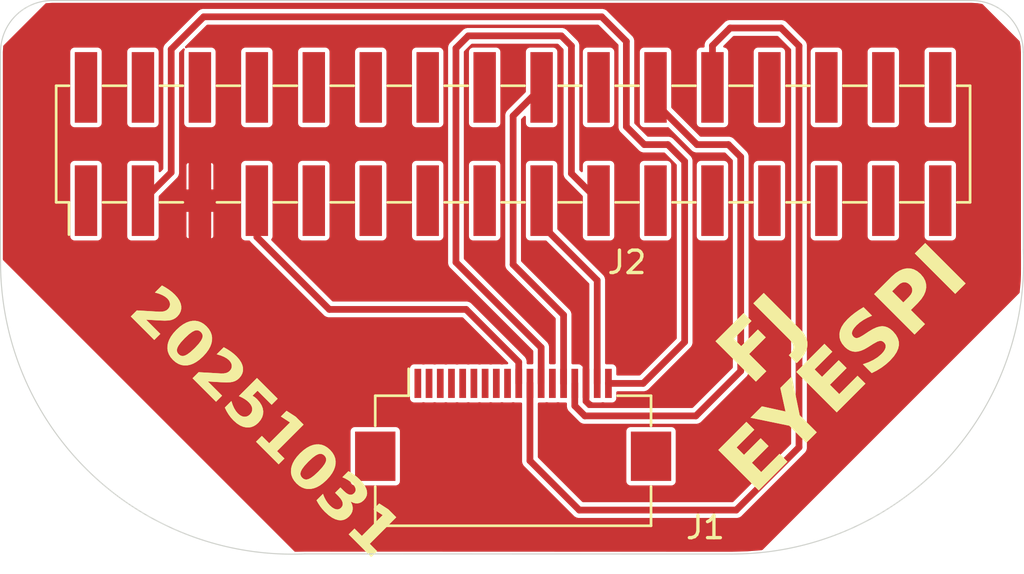
<source format=kicad_pcb>
(kicad_pcb (version 20241229) (generator "pcbnew") (generator_version "9.0")
  (layers (0 "F.Cu" signal) (2 "B.Cu" signal) (13 "F.Paste" user) (15 "B.Paste" user) (5 "F.SilkS" user "F.Silkscreen") (7 "B.SilkS" user "B.Silkscreen") (1 "F.Mask" user) (3 "B.Mask" user) (25 "Edge.Cuts" user))
  (net 0 "")
  (net 1 "/dc")
  (net 3 "/sck")
  (net 4 "/mosi")
  (net 5 "/disp_cs")
  (net 9 "gnd")
  (net 11 "3v3")
  (net 12 "/reset")
  (net 17 "/backlite")
  (footprint "Connector_FFC-FPC:Hirose_FH12-18S-0.5SH_1x18-1MP_P0.50mm_Horizontal" (layer "F.Cu") (at 155.95 94.7)
    (property "Reference" "J1" (at 8.575 4.575 0) (layer "F.SilkS"))
    (property "Value" "Conn_01x18_Socket" (hide yes))
    (fp_line (start -6.15 -1.3) (end -6.15 0.04) (stroke (width 0.12)) (layer "F.SilkS"))
    (fp_line (start -6.15 2.76) (end -6.15 4.5) (stroke (width 0.12)) (layer "F.SilkS"))
    (fp_line (start -6.15 4.5) (end 6.15 4.5) (stroke (width 0.12)) (layer "F.SilkS"))
    (fp_line (start -4.66 -1.3) (end -6.15 -1.3) (stroke (width 0.12)) (layer "F.SilkS"))
    (fp_line (start -4.66 -1.3) (end -4.66 -2.5) (stroke (width 0.12)) (layer "F.SilkS"))
    (fp_line (start 4.66 -1.3) (end 6.15 -1.3) (stroke (width 0.12)) (layer "F.SilkS"))
    (fp_line (start 6.15 -1.3) (end 6.15 0.04) (stroke (width 0.12)) (layer "F.SilkS"))
    (fp_line (start 6.15 4.5) (end 6.15 2.76) (stroke (width 0.12)) (layer "F.SilkS"))
    (pad "1" smd rect (at -4.25 -1.85) (size 0.3 1.3) (layers "F.Cu" "F.Mask" "F.Paste"))
    (pad "2" smd rect (at -3.75 -1.85) (size 0.3 1.3) (layers "F.Cu" "F.Mask" "F.Paste"))
    (pad "3" smd rect (at -3.25 -1.85) (size 0.3 1.3) (layers "F.Cu" "F.Mask" "F.Paste"))
    (pad "4" smd rect (at -2.75 -1.85) (size 0.3 1.3) (layers "F.Cu" "F.Mask" "F.Paste"))
    (pad "5" smd rect (at -2.25 -1.85) (size 0.3 1.3) (layers "F.Cu" "F.Mask" "F.Paste"))
    (pad "6" smd rect (at -1.75 -1.85) (size 0.3 1.3) (layers "F.Cu" "F.Mask" "F.Paste"))
    (pad "7" smd rect (at -1.25 -1.85) (size 0.3 1.3) (layers "F.Cu" "F.Mask" "F.Paste"))
    (pad "8" smd rect (at -0.75 -1.85) (size 0.3 1.3) (layers "F.Cu" "F.Mask" "F.Paste"))
    (pad "9" smd rect (at -0.25 -1.85) (size 0.3 1.3) (layers "F.Cu" "F.Mask" "F.Paste"))
    (pad "10" smd rect (at 0.25 -1.85) (size 0.3 1.3) (layers "F.Cu" "F.Mask" "F.Paste") (net 5 "/disp_cs"))
    (pad "11" smd rect (at 0.75 -1.85) (size 0.3 1.3) (layers "F.Cu" "F.Mask" "F.Paste") (net 12 "/reset"))
    (pad "12" smd rect (at 1.25 -1.85) (size 0.3 1.3) (layers "F.Cu" "F.Mask" "F.Paste") (net 1 "/dc"))
    (pad "13" smd rect (at 1.75 -1.85) (size 0.3 1.3) (layers "F.Cu" "F.Mask" "F.Paste"))
    (pad "14" smd rect (at 2.25 -1.85) (size 0.3 1.3) (layers "F.Cu" "F.Mask" "F.Paste") (net 4 "/mosi"))
    (pad "15" smd rect (at 2.75 -1.85) (size 0.3 1.3) (layers "F.Cu" "F.Mask" "F.Paste") (net 3 "/sck"))
    (pad "16" smd rect (at 3.25 -1.85) (size 0.3 1.3) (layers "F.Cu" "F.Mask" "F.Paste") (net 9 "gnd"))
    (pad "17" smd rect (at 3.75 -1.85) (size 0.3 1.3) (layers "F.Cu" "F.Mask" "F.Paste") (net 17 "/backlite"))
    (pad "18" smd rect (at 4.25 -1.85) (size 0.3 1.3) (layers "F.Cu" "F.Mask" "F.Paste") (net 11 "3v3"))
    (pad "MP" smd rect (at -6.15 1.4) (size 1.8 2.2) (layers "F.Cu" "F.Mask" "F.Paste"))
    (pad "MP" smd rect (at 6.15 1.4) (size 1.8 2.2) (layers "F.Cu" "F.Mask" "F.Paste"))
  )
  (footprint "Connector_PinHeader_2.54mm:PinHeader_2x16_P2.54mm_Vertical_SMD" (layer "F.Cu") (at 155.95 82.175 90)
    (property "Reference" "J2" (at -5.275 5.075 0) (layer "F.SilkS"))
    (property "Value" "Conn_02x16_Odd_Even" (hide yes))
    (fp_line (start 2.6 -20.38) (end 2.6 -19.81) (stroke (width 0.12)) (layer "F.SilkS"))
    (fp_line (start -2.6 -20.38) (end 2.6 -20.38) (stroke (width 0.12)) (layer "F.SilkS"))
    (fp_line (start -2.6 -20.38) (end -2.6 -19.81) (stroke (width 0.12)) (layer "F.SilkS"))
    (fp_line (start -4.04 -19.81) (end -2.6 -19.81) (stroke (width 0.12)) (layer "F.SilkS"))
    (fp_line (start 2.6 -18.29) (end 2.6 -17.27) (stroke (width 0.12)) (layer "F.SilkS"))
    (fp_line (start -2.6 -18.29) (end -2.6 -17.27) (stroke (width 0.12)) (layer "F.SilkS"))
    (fp_line (start 2.6 -15.75) (end 2.6 -14.73) (stroke (width 0.12)) (layer "F.SilkS"))
    (fp_line (start -2.6 -15.75) (end -2.6 -14.73) (stroke (width 0.12)) (layer "F.SilkS"))
    (fp_line (start 2.6 -13.21) (end 2.6 -12.19) (stroke (width 0.12)) (layer "F.SilkS"))
    (fp_line (start -2.6 -13.21) (end -2.6 -12.19) (stroke (width 0.12)) (layer "F.SilkS"))
    (fp_line (start 2.6 -10.67) (end 2.6 -9.65) (stroke (width 0.12)) (layer "F.SilkS"))
    (fp_line (start -2.6 -10.67) (end -2.6 -9.65) (stroke (width 0.12)) (layer "F.SilkS"))
    (fp_line (start 2.6 -8.13) (end 2.6 -7.11) (stroke (width 0.12)) (layer "F.SilkS"))
    (fp_line (start -2.6 -8.13) (end -2.6 -7.11) (stroke (width 0.12)) (layer "F.SilkS"))
    (fp_line (start 2.6 -5.59) (end 2.6 -4.57) (stroke (width 0.12)) (layer "F.SilkS"))
    (fp_line (start -2.6 -5.59) (end -2.6 -4.57) (stroke (width 0.12)) (layer "F.SilkS"))
    (fp_line (start 2.6 -3.05) (end 2.6 -2.03) (stroke (width 0.12)) (layer "F.SilkS"))
    (fp_line (start -2.6 -3.05) (end -2.6 -2.03) (stroke (width 0.12)) (layer "F.SilkS"))
    (fp_line (start 2.6 -0.51) (end 2.6 0.51) (stroke (width 0.12)) (layer "F.SilkS"))
    (fp_line (start -2.6 -0.51) (end -2.6 0.51) (stroke (width 0.12)) (layer "F.SilkS"))
    (fp_line (start 2.6 2.03) (end 2.6 3.05) (stroke (width 0.12)) (layer "F.SilkS"))
    (fp_line (start -2.6 2.03) (end -2.6 3.05) (stroke (width 0.12)) (layer "F.SilkS"))
    (fp_line (start 2.6 4.57) (end 2.6 5.59) (stroke (width 0.12)) (layer "F.SilkS"))
    (fp_line (start -2.6 4.57) (end -2.6 5.59) (stroke (width 0.12)) (layer "F.SilkS"))
    (fp_line (start 2.6 7.11) (end 2.6 8.13) (stroke (width 0.12)) (layer "F.SilkS"))
    (fp_line (start -2.6 7.11) (end -2.6 8.13) (stroke (width 0.12)) (layer "F.SilkS"))
    (fp_line (start 2.6 9.65) (end 2.6 10.67) (stroke (width 0.12)) (layer "F.SilkS"))
    (fp_line (start -2.6 9.65) (end -2.6 10.67) (stroke (width 0.12)) (layer "F.SilkS"))
    (fp_line (start 2.6 12.19) (end 2.6 13.21) (stroke (width 0.12)) (layer "F.SilkS"))
    (fp_line (start -2.6 12.19) (end -2.6 13.21) (stroke (width 0.12)) (layer "F.SilkS"))
    (fp_line (start 2.6 14.73) (end 2.6 15.75) (stroke (width 0.12)) (layer "F.SilkS"))
    (fp_line (start -2.6 14.73) (end -2.6 15.75) (stroke (width 0.12)) (layer "F.SilkS"))
    (fp_line (start 2.6 17.27) (end 2.6 18.29) (stroke (width 0.12)) (layer "F.SilkS"))
    (fp_line (start -2.6 17.27) (end -2.6 18.29) (stroke (width 0.12)) (layer "F.SilkS"))
    (fp_line (start 2.6 19.81) (end 2.6 20.38) (stroke (width 0.12)) (layer "F.SilkS"))
    (fp_line (start -2.6 19.81) (end -2.6 20.38) (stroke (width 0.12)) (layer "F.SilkS"))
    (fp_line (start -2.6 20.38) (end 2.6 20.38) (stroke (width 0.12)) (layer "F.SilkS"))
    (pad "1" smd rect (at -2.525 -19.05 90) (size 3.15 1) (layers "F.Cu" "F.Mask" "F.Paste"))
    (pad "2" smd rect (at 2.525 -19.05 90) (size 3.15 1) (layers "F.Cu" "F.Mask" "F.Paste"))
    (pad "3" smd rect (at -2.525 -16.51 90) (size 3.15 1) (layers "F.Cu" "F.Mask" "F.Paste") (net 11 "3v3"))
    (pad "4" smd rect (at 2.525 -16.51 90) (size 3.15 1) (layers "F.Cu" "F.Mask" "F.Paste"))
    (pad "5" smd rect (at -2.525 -13.97 90) (size 3.15 1) (layers "F.Cu" "F.Mask" "F.Paste") (net 9 "gnd"))
    (pad "6" smd rect (at 2.525 -13.97 90) (size 3.15 1) (layers "F.Cu" "F.Mask" "F.Paste"))
    (pad "7" smd rect (at -2.525 -11.43 90) (size 3.15 1) (layers "F.Cu" "F.Mask" "F.Paste") (net 5 "/disp_cs"))
    (pad "8" smd rect (at 2.525 -11.43 90) (size 3.15 1) (layers "F.Cu" "F.Mask" "F.Paste"))
    (pad "9" smd rect (at -2.525 -8.89 90) (size 3.15 1) (layers "F.Cu" "F.Mask" "F.Paste"))
    (pad "10" smd rect (at 2.525 -8.89 90) (size 3.15 1) (layers "F.Cu" "F.Mask" "F.Paste"))
    (pad "11" smd rect (at -2.525 -6.35 90) (size 3.15 1) (layers "F.Cu" "F.Mask" "F.Paste"))
    (pad "12" smd rect (at 2.525 -6.35 90) (size 3.15 1) (layers "F.Cu" "F.Mask" "F.Paste"))
    (pad "13" smd rect (at -2.525 -3.81 90) (size 3.15 1) (layers "F.Cu" "F.Mask" "F.Paste"))
    (pad "14" smd rect (at 2.525 -3.81 90) (size 3.15 1) (layers "F.Cu" "F.Mask" "F.Paste"))
    (pad "15" smd rect (at -2.525 -1.27 90) (size 3.15 1) (layers "F.Cu" "F.Mask" "F.Paste"))
    (pad "16" smd rect (at 2.525 -1.27 90) (size 3.15 1) (layers "F.Cu" "F.Mask" "F.Paste"))
    (pad "17" smd rect (at -2.525 1.27 90) (size 3.15 1) (layers "F.Cu" "F.Mask" "F.Paste") (net 17 "/backlite"))
    (pad "18" smd rect (at 2.525 1.27 90) (size 3.15 1) (layers "F.Cu" "F.Mask" "F.Paste") (net 4 "/mosi"))
    (pad "19" smd rect (at -2.525 3.81 90) (size 3.15 1) (layers "F.Cu" "F.Mask" "F.Paste") (net 1 "/dc"))
    (pad "20" smd rect (at 2.525 3.81 90) (size 3.15 1) (layers "F.Cu" "F.Mask" "F.Paste"))
    (pad "21" smd rect (at -2.525 6.35 90) (size 3.15 1) (layers "F.Cu" "F.Mask" "F.Paste"))
    (pad "22" smd rect (at 2.525 6.35 90) (size 3.15 1) (layers "F.Cu" "F.Mask" "F.Paste") (net 3 "/sck"))
    (pad "23" smd rect (at -2.525 8.89 90) (size 3.15 1) (layers "F.Cu" "F.Mask" "F.Paste"))
    (pad "24" smd rect (at 2.525 8.89 90) (size 3.15 1) (layers "F.Cu" "F.Mask" "F.Paste") (net 12 "/reset"))
    (pad "25" smd rect (at -2.525 11.43 90) (size 3.15 1) (layers "F.Cu" "F.Mask" "F.Paste"))
    (pad "26" smd rect (at 2.525 11.43 90) (size 3.15 1) (layers "F.Cu" "F.Mask" "F.Paste"))
    (pad "27" smd rect (at -2.525 13.97 90) (size 3.15 1) (layers "F.Cu" "F.Mask" "F.Paste"))
    (pad "28" smd rect (at 2.525 13.97 90) (size 3.15 1) (layers "F.Cu" "F.Mask" "F.Paste"))
    (pad "29" smd rect (at -2.525 16.51 90) (size 3.15 1) (layers "F.Cu" "F.Mask" "F.Paste"))
    (pad "30" smd rect (at 2.525 16.51 90) (size 3.15 1) (layers "F.Cu" "F.Mask" "F.Paste"))
    (pad "31" smd rect (at -2.525 19.05 90) (size 3.15 1) (layers "F.Cu" "F.Mask" "F.Paste"))
    (pad "32" smd rect (at 2.525 19.05 90) (size 3.15 1) (layers "F.Cu" "F.Mask" "F.Paste"))
  )
  (gr_arc (start 176.4 75.776346) (mid 178.026346 76.45) (end 178.7 78.076346) (stroke (width 0.05)) (layer "Edge.Cuts"))
  (gr_line (start 135.389895 75.776346) (end 176.4 75.776346) (stroke (width 0.05)) (layer "Edge.Cuts"))
  (gr_line (start 133.089895 87.469691) (end 133.089895 78.076346) (stroke (width 0.05)) (layer "Edge.Cuts"))
  (gr_arc (start 146.658605 100.454388) (mid 137.105527 96.855292) (end 133.089895 87.469691) (stroke (width 0.05)) (layer "Edge.Cuts"))
  (gr_line (start 165.704388 100.460114) (end 146.658585 100.454388) (stroke (width 0.05)) (layer "Edge.Cuts"))
  (gr_arc (start 133.089895 78.076346) (mid 133.763549 76.45) (end 135.389895 75.776346) (stroke (width 0.05)) (layer "Edge.Cuts"))
  (gr_arc (start 178.704388 86.891395) (mid 175.1 96.45) (end 165.704388 100.460114) (stroke (width 0.05)) (layer "Edge.Cuts"))
  (gr_line (start 178.704388 86.891395) (end 178.704388 78.07635) (stroke (width 0.05)) (layer "Edge.Cuts"))
  (gr_text "EYESPI" (at 166.975 98.15 45) (layer "F.SilkS") (effects (font (size 2.5 2.5) (thickness 0.3) (bold yes)) (justify left bottom)))
  (gr_text "20251031" (at 138.5 89.95 315) (layer "F.SilkS") (effects (font (size 2 2) (thickness 0.3) (bold yes)) (justify left bottom)))
  (gr_text "FJ" (at 166.85 93.3 45) (layer "F.SilkS") (effects (font (size 2.5 2.5) (thickness 0.3) (bold yes)) (justify left bottom)))
  (gr_text "EYESPI" (at 166.975 98.15 45) (layer "F.SilkS") (effects (font (size 2.5 2.5) (thickness 0.3) (bold yes)) (justify left bottom)))
  (gr_text "20251031" (at 138.5 89.95 315) (layer "F.SilkS") (effects (font (size 2 2) (thickness 0.3) (bold yes)) (justify left bottom)))
  (gr_text "FJ" (at 166.85 93.3 45) (layer "F.SilkS") (effects (font (size 2.5 2.5) (thickness 0.3) (bold yes)) (justify left bottom)))
  (segment (start 153.4 87.45) (end 157.2 91.25) (width 0.3) (layer "F.Cu") (net 1))
  (segment (start 158.55 77.8) (end 158.1 77.35) (width 0.3) (layer "F.Cu") (net 1))
  (segment (start 158.1 77.35) (end 153.95 77.35) (width 0.3) (layer "F.Cu") (net 1))
  (segment (start 153.4 77.9) (end 153.4 87.45) (width 0.3) (layer "F.Cu") (net 1))
  (segment (start 157.2 91.25) (end 157.2 92.85) (width 0.3) (layer "F.Cu") (net 1))
  (segment (start 153.95 77.35) (end 153.4 77.9) (width 0.3) (layer "F.Cu") (net 1))
  (segment (start 158.55 83.49) (end 158.55 77.8) (width 0.3) (layer "F.Cu") (net 1))
  (segment (start 159.76 84.7) (end 158.55 83.49) (width 0.3) (layer "F.Cu") (net 1))
  (segment (start 159.148 94.3) (end 158.7 93.852) (width 0.3) (layer "F.Cu") (net 3))
  (segment (start 165.55 82.2) (end 166.1 82.75) (width 0.3) (layer "F.Cu") (net 3))
  (segment (start 162.3 80.35) (end 164.15 82.2) (width 0.3) (layer "F.Cu") (net 3))
  (segment (start 164.1 94.3) (end 159.148 94.3) (width 0.3) (layer "F.Cu") (net 3))
  (segment (start 158.7 93.852) (end 158.7 92.85) (width 0.3) (layer "F.Cu") (net 3))
  (segment (start 166.1 92.3) (end 164.1 94.3) (width 0.3) (layer "F.Cu") (net 3))
  (segment (start 164.15 82.2) (end 165.55 82.2) (width 0.3) (layer "F.Cu") (net 3))
  (segment (start 166.1 82.75) (end 166.1 92.3) (width 0.3) (layer "F.Cu") (net 3))
  (segment (start 162.3 79.65) (end 162.3 80.35) (width 0.3) (layer "F.Cu") (net 3))
  (segment (start 157.22 79.65) (end 155.95 80.92) (width 0.3) (layer "F.Cu") (net 4))
  (segment (start 158.2 89.8) (end 158.2 92.85) (width 0.3) (layer "F.Cu") (net 4))
  (segment (start 155.95 80.92) (end 155.95 87.55) (width 0.3) (layer "F.Cu") (net 4))
  (segment (start 155.95 87.55) (end 158.2 89.8) (width 0.3) (layer "F.Cu") (net 4))
  (segment (start 147.75 89.55) (end 153.85 89.55) (width 0.3) (layer "F.Cu") (net 5))
  (segment (start 144.52 86.32) (end 147.75 89.55) (width 0.3) (layer "F.Cu") (net 5))
  (segment (start 156.2 91.9) (end 156.2 92.85) (width 0.3) (layer "F.Cu") (net 5))
  (segment (start 153.85 89.55) (end 156.2 91.9) (width 0.3) (layer "F.Cu") (net 5))
  (segment (start 144.52 84.7) (end 144.52 86.32) (width 0.3) (layer "F.Cu") (net 5))
  (segment (start 162.85 82.2) (end 163.6 82.95) (width 0.3) (layer "F.Cu") (net 11))
  (segment (start 140.7 83.44) (end 140.7 77.95) (width 0.3) (layer "F.Cu") (net 11))
  (segment (start 163.6 91) (end 161.75 92.85) (width 0.3) (layer "F.Cu") (net 11))
  (segment (start 161 77.6) (end 161 81.4) (width 0.3) (layer "F.Cu") (net 11))
  (segment (start 159.9 76.5) (end 161 77.6) (width 0.3) (layer "F.Cu") (net 11))
  (segment (start 161.8 82.2) (end 162.85 82.2) (width 0.3) (layer "F.Cu") (net 11))
  (segment (start 161 81.4) (end 161.8 82.2) (width 0.3) (layer "F.Cu") (net 11))
  (segment (start 163.6 82.95) (end 163.6 91) (width 0.3) (layer "F.Cu") (net 11))
  (segment (start 142.15 76.5) (end 159.9 76.5) (width 0.3) (layer "F.Cu") (net 11))
  (segment (start 140.7 77.95) (end 142.15 76.5) (width 0.3) (layer "F.Cu") (net 11))
  (segment (start 139.44 84.7) (end 140.7 83.44) (width 0.3) (layer "F.Cu") (net 11))
  (segment (start 161.75 92.85) (end 160.2 92.85) (width 0.3) (layer "F.Cu") (net 11))
  (segment (start 164.84 77.787346) (end 165.627346 77) (width 0.3) (layer "F.Cu") (net 12))
  (segment (start 156.7 96.3) (end 156.7 92.85) (width 0.3) (layer "F.Cu") (net 12))
  (segment (start 168.7 95.7) (end 165.9 98.5) (width 0.3) (layer "F.Cu") (net 12))
  (segment (start 165.627346 77) (end 167.9 77) (width 0.3) (layer "F.Cu") (net 12))
  (segment (start 168.7 77.8) (end 168.7 95.7) (width 0.3) (layer "F.Cu") (net 12))
  (segment (start 158.9 98.5) (end 156.7 96.3) (width 0.3) (layer "F.Cu") (net 12))
  (segment (start 164.84 79.65) (end 164.84 77.787346) (width 0.3) (layer "F.Cu") (net 12))
  (segment (start 167.9 77) (end 168.7 77.8) (width 0.3) (layer "F.Cu") (net 12))
  (segment (start 165.9 98.5) (end 158.9 98.5) (width 0.3) (layer "F.Cu") (net 12))
  (segment (start 157.22 84.7) (end 157.22 85.775) (width 0.3) (layer "F.Cu") (net 17))
  (segment (start 159.7 88.255) (end 159.7 92.85) (width 0.3) (layer "F.Cu") (net 17))
  (segment (start 157.22 85.775) (end 159.7 88.255) (width 0.3) (layer "F.Cu") (net 17))
  (zone (net 9) (net_name "gnd") (layer "F.Cu") (connect_pads (clearance 0.1)) (min_thickness 0.1) (fill yes (thermal_gap 0.1) (thermal_bridge_width 1))
    (polygon (pts (xy 166.4 100.4) (xy 146.25 100.4) (xy 133.15 87.3) (xy 133.15 77.85) (xy 135.15 75.85) (xy 176.8 75.85) (xy 178.6 77.65) (xy 178.6 88.75) (xy 167 100.35) (xy 166.4 100.35)))
  )
)
</source>
